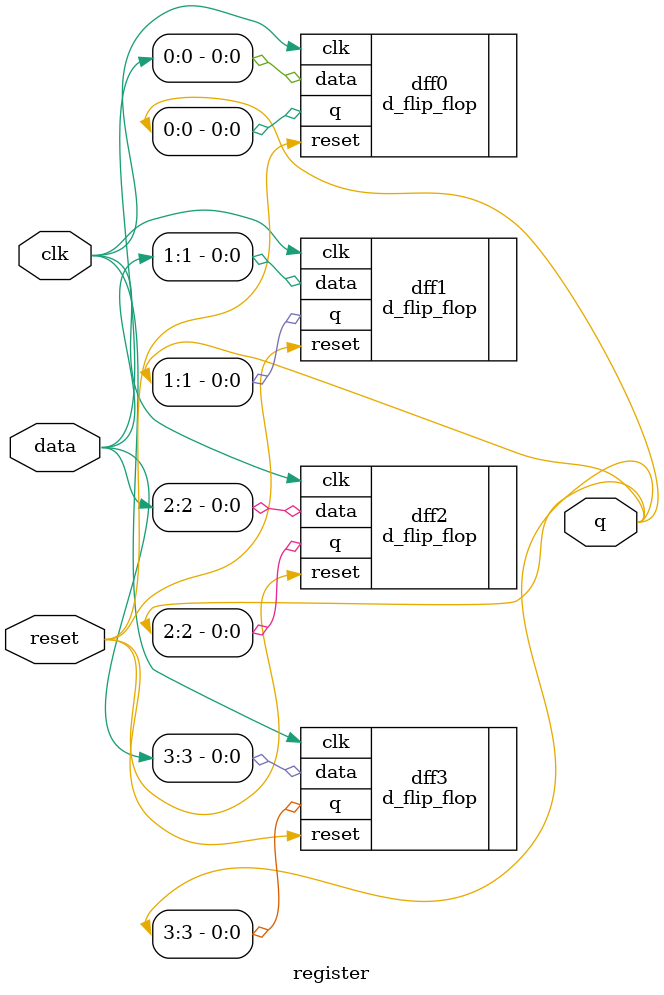
<source format=sv>


module register(
    input logic [3:0] data,
    input logic clk,
    input logic reset,
    output logic [3:0] q 
    );
    
    d_flip_flop dff3(.data(data[3]), .clk(clk), .reset(reset), .q(q[3]));
    d_flip_flop dff2(.data(data[2]), .clk(clk), .reset(reset), .q(q[2]));
    d_flip_flop dff1(.data(data[1]), .clk(clk), .reset(reset), .q(q[1]));
    d_flip_flop dff0(.data(data[0]), .clk(clk), .reset(reset), .q(q[0]));

    
endmodule

</source>
